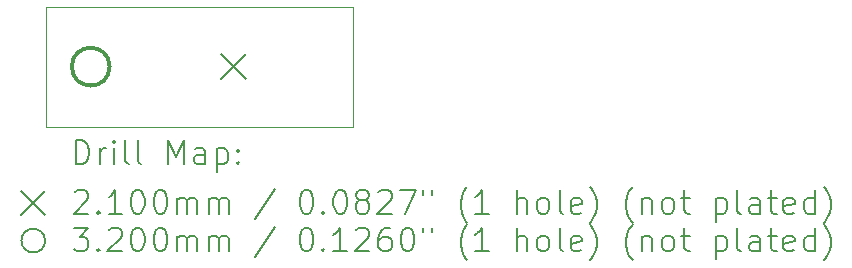
<source format=gbr>
%TF.GenerationSoftware,KiCad,Pcbnew,8.0.8*%
%TF.CreationDate,2025-02-19T21:32:19+11:00*%
%TF.ProjectId,Hotglue Switch,486f7467-6c75-4652-9053-77697463682e,rev?*%
%TF.SameCoordinates,Original*%
%TF.FileFunction,Drillmap*%
%TF.FilePolarity,Positive*%
%FSLAX45Y45*%
G04 Gerber Fmt 4.5, Leading zero omitted, Abs format (unit mm)*
G04 Created by KiCad (PCBNEW 8.0.8) date 2025-02-19 21:32:19*
%MOMM*%
%LPD*%
G01*
G04 APERTURE LIST*
%ADD10C,0.100000*%
%ADD11C,0.200000*%
%ADD12C,0.210000*%
%ADD13C,0.320000*%
G04 APERTURE END LIST*
D10*
X6477000Y-4572000D02*
X9080500Y-4572000D01*
X9080500Y-5588000D01*
X6477000Y-5588000D01*
X6477000Y-4572000D01*
D11*
D12*
X7959500Y-4975000D02*
X8169500Y-5185000D01*
X8169500Y-4975000D02*
X7959500Y-5185000D01*
D13*
X7018000Y-5080000D02*
G75*
G02*
X6698000Y-5080000I-160000J0D01*
G01*
X6698000Y-5080000D02*
G75*
G02*
X7018000Y-5080000I160000J0D01*
G01*
D11*
X6732777Y-5904484D02*
X6732777Y-5704484D01*
X6732777Y-5704484D02*
X6780396Y-5704484D01*
X6780396Y-5704484D02*
X6808967Y-5714008D01*
X6808967Y-5714008D02*
X6828015Y-5733055D01*
X6828015Y-5733055D02*
X6837539Y-5752103D01*
X6837539Y-5752103D02*
X6847062Y-5790198D01*
X6847062Y-5790198D02*
X6847062Y-5818769D01*
X6847062Y-5818769D02*
X6837539Y-5856865D01*
X6837539Y-5856865D02*
X6828015Y-5875912D01*
X6828015Y-5875912D02*
X6808967Y-5894960D01*
X6808967Y-5894960D02*
X6780396Y-5904484D01*
X6780396Y-5904484D02*
X6732777Y-5904484D01*
X6932777Y-5904484D02*
X6932777Y-5771150D01*
X6932777Y-5809246D02*
X6942301Y-5790198D01*
X6942301Y-5790198D02*
X6951824Y-5780674D01*
X6951824Y-5780674D02*
X6970872Y-5771150D01*
X6970872Y-5771150D02*
X6989920Y-5771150D01*
X7056586Y-5904484D02*
X7056586Y-5771150D01*
X7056586Y-5704484D02*
X7047062Y-5714008D01*
X7047062Y-5714008D02*
X7056586Y-5723531D01*
X7056586Y-5723531D02*
X7066110Y-5714008D01*
X7066110Y-5714008D02*
X7056586Y-5704484D01*
X7056586Y-5704484D02*
X7056586Y-5723531D01*
X7180396Y-5904484D02*
X7161348Y-5894960D01*
X7161348Y-5894960D02*
X7151824Y-5875912D01*
X7151824Y-5875912D02*
X7151824Y-5704484D01*
X7285158Y-5904484D02*
X7266110Y-5894960D01*
X7266110Y-5894960D02*
X7256586Y-5875912D01*
X7256586Y-5875912D02*
X7256586Y-5704484D01*
X7513729Y-5904484D02*
X7513729Y-5704484D01*
X7513729Y-5704484D02*
X7580396Y-5847341D01*
X7580396Y-5847341D02*
X7647062Y-5704484D01*
X7647062Y-5704484D02*
X7647062Y-5904484D01*
X7828015Y-5904484D02*
X7828015Y-5799722D01*
X7828015Y-5799722D02*
X7818491Y-5780674D01*
X7818491Y-5780674D02*
X7799443Y-5771150D01*
X7799443Y-5771150D02*
X7761348Y-5771150D01*
X7761348Y-5771150D02*
X7742301Y-5780674D01*
X7828015Y-5894960D02*
X7808967Y-5904484D01*
X7808967Y-5904484D02*
X7761348Y-5904484D01*
X7761348Y-5904484D02*
X7742301Y-5894960D01*
X7742301Y-5894960D02*
X7732777Y-5875912D01*
X7732777Y-5875912D02*
X7732777Y-5856865D01*
X7732777Y-5856865D02*
X7742301Y-5837817D01*
X7742301Y-5837817D02*
X7761348Y-5828293D01*
X7761348Y-5828293D02*
X7808967Y-5828293D01*
X7808967Y-5828293D02*
X7828015Y-5818769D01*
X7923253Y-5771150D02*
X7923253Y-5971150D01*
X7923253Y-5780674D02*
X7942301Y-5771150D01*
X7942301Y-5771150D02*
X7980396Y-5771150D01*
X7980396Y-5771150D02*
X7999443Y-5780674D01*
X7999443Y-5780674D02*
X8008967Y-5790198D01*
X8008967Y-5790198D02*
X8018491Y-5809246D01*
X8018491Y-5809246D02*
X8018491Y-5866388D01*
X8018491Y-5866388D02*
X8008967Y-5885436D01*
X8008967Y-5885436D02*
X7999443Y-5894960D01*
X7999443Y-5894960D02*
X7980396Y-5904484D01*
X7980396Y-5904484D02*
X7942301Y-5904484D01*
X7942301Y-5904484D02*
X7923253Y-5894960D01*
X8104205Y-5885436D02*
X8113729Y-5894960D01*
X8113729Y-5894960D02*
X8104205Y-5904484D01*
X8104205Y-5904484D02*
X8094682Y-5894960D01*
X8094682Y-5894960D02*
X8104205Y-5885436D01*
X8104205Y-5885436D02*
X8104205Y-5904484D01*
X8104205Y-5780674D02*
X8113729Y-5790198D01*
X8113729Y-5790198D02*
X8104205Y-5799722D01*
X8104205Y-5799722D02*
X8094682Y-5790198D01*
X8094682Y-5790198D02*
X8104205Y-5780674D01*
X8104205Y-5780674D02*
X8104205Y-5799722D01*
X6272000Y-6133000D02*
X6472000Y-6333000D01*
X6472000Y-6133000D02*
X6272000Y-6333000D01*
X6723253Y-6143531D02*
X6732777Y-6134008D01*
X6732777Y-6134008D02*
X6751824Y-6124484D01*
X6751824Y-6124484D02*
X6799443Y-6124484D01*
X6799443Y-6124484D02*
X6818491Y-6134008D01*
X6818491Y-6134008D02*
X6828015Y-6143531D01*
X6828015Y-6143531D02*
X6837539Y-6162579D01*
X6837539Y-6162579D02*
X6837539Y-6181627D01*
X6837539Y-6181627D02*
X6828015Y-6210198D01*
X6828015Y-6210198D02*
X6713729Y-6324484D01*
X6713729Y-6324484D02*
X6837539Y-6324484D01*
X6923253Y-6305436D02*
X6932777Y-6314960D01*
X6932777Y-6314960D02*
X6923253Y-6324484D01*
X6923253Y-6324484D02*
X6913729Y-6314960D01*
X6913729Y-6314960D02*
X6923253Y-6305436D01*
X6923253Y-6305436D02*
X6923253Y-6324484D01*
X7123253Y-6324484D02*
X7008967Y-6324484D01*
X7066110Y-6324484D02*
X7066110Y-6124484D01*
X7066110Y-6124484D02*
X7047062Y-6153055D01*
X7047062Y-6153055D02*
X7028015Y-6172103D01*
X7028015Y-6172103D02*
X7008967Y-6181627D01*
X7247062Y-6124484D02*
X7266110Y-6124484D01*
X7266110Y-6124484D02*
X7285158Y-6134008D01*
X7285158Y-6134008D02*
X7294682Y-6143531D01*
X7294682Y-6143531D02*
X7304205Y-6162579D01*
X7304205Y-6162579D02*
X7313729Y-6200674D01*
X7313729Y-6200674D02*
X7313729Y-6248293D01*
X7313729Y-6248293D02*
X7304205Y-6286388D01*
X7304205Y-6286388D02*
X7294682Y-6305436D01*
X7294682Y-6305436D02*
X7285158Y-6314960D01*
X7285158Y-6314960D02*
X7266110Y-6324484D01*
X7266110Y-6324484D02*
X7247062Y-6324484D01*
X7247062Y-6324484D02*
X7228015Y-6314960D01*
X7228015Y-6314960D02*
X7218491Y-6305436D01*
X7218491Y-6305436D02*
X7208967Y-6286388D01*
X7208967Y-6286388D02*
X7199443Y-6248293D01*
X7199443Y-6248293D02*
X7199443Y-6200674D01*
X7199443Y-6200674D02*
X7208967Y-6162579D01*
X7208967Y-6162579D02*
X7218491Y-6143531D01*
X7218491Y-6143531D02*
X7228015Y-6134008D01*
X7228015Y-6134008D02*
X7247062Y-6124484D01*
X7437539Y-6124484D02*
X7456586Y-6124484D01*
X7456586Y-6124484D02*
X7475634Y-6134008D01*
X7475634Y-6134008D02*
X7485158Y-6143531D01*
X7485158Y-6143531D02*
X7494682Y-6162579D01*
X7494682Y-6162579D02*
X7504205Y-6200674D01*
X7504205Y-6200674D02*
X7504205Y-6248293D01*
X7504205Y-6248293D02*
X7494682Y-6286388D01*
X7494682Y-6286388D02*
X7485158Y-6305436D01*
X7485158Y-6305436D02*
X7475634Y-6314960D01*
X7475634Y-6314960D02*
X7456586Y-6324484D01*
X7456586Y-6324484D02*
X7437539Y-6324484D01*
X7437539Y-6324484D02*
X7418491Y-6314960D01*
X7418491Y-6314960D02*
X7408967Y-6305436D01*
X7408967Y-6305436D02*
X7399443Y-6286388D01*
X7399443Y-6286388D02*
X7389920Y-6248293D01*
X7389920Y-6248293D02*
X7389920Y-6200674D01*
X7389920Y-6200674D02*
X7399443Y-6162579D01*
X7399443Y-6162579D02*
X7408967Y-6143531D01*
X7408967Y-6143531D02*
X7418491Y-6134008D01*
X7418491Y-6134008D02*
X7437539Y-6124484D01*
X7589920Y-6324484D02*
X7589920Y-6191150D01*
X7589920Y-6210198D02*
X7599443Y-6200674D01*
X7599443Y-6200674D02*
X7618491Y-6191150D01*
X7618491Y-6191150D02*
X7647063Y-6191150D01*
X7647063Y-6191150D02*
X7666110Y-6200674D01*
X7666110Y-6200674D02*
X7675634Y-6219722D01*
X7675634Y-6219722D02*
X7675634Y-6324484D01*
X7675634Y-6219722D02*
X7685158Y-6200674D01*
X7685158Y-6200674D02*
X7704205Y-6191150D01*
X7704205Y-6191150D02*
X7732777Y-6191150D01*
X7732777Y-6191150D02*
X7751824Y-6200674D01*
X7751824Y-6200674D02*
X7761348Y-6219722D01*
X7761348Y-6219722D02*
X7761348Y-6324484D01*
X7856586Y-6324484D02*
X7856586Y-6191150D01*
X7856586Y-6210198D02*
X7866110Y-6200674D01*
X7866110Y-6200674D02*
X7885158Y-6191150D01*
X7885158Y-6191150D02*
X7913729Y-6191150D01*
X7913729Y-6191150D02*
X7932777Y-6200674D01*
X7932777Y-6200674D02*
X7942301Y-6219722D01*
X7942301Y-6219722D02*
X7942301Y-6324484D01*
X7942301Y-6219722D02*
X7951824Y-6200674D01*
X7951824Y-6200674D02*
X7970872Y-6191150D01*
X7970872Y-6191150D02*
X7999443Y-6191150D01*
X7999443Y-6191150D02*
X8018491Y-6200674D01*
X8018491Y-6200674D02*
X8028015Y-6219722D01*
X8028015Y-6219722D02*
X8028015Y-6324484D01*
X8418491Y-6114960D02*
X8247063Y-6372103D01*
X8675634Y-6124484D02*
X8694682Y-6124484D01*
X8694682Y-6124484D02*
X8713729Y-6134008D01*
X8713729Y-6134008D02*
X8723253Y-6143531D01*
X8723253Y-6143531D02*
X8732777Y-6162579D01*
X8732777Y-6162579D02*
X8742301Y-6200674D01*
X8742301Y-6200674D02*
X8742301Y-6248293D01*
X8742301Y-6248293D02*
X8732777Y-6286388D01*
X8732777Y-6286388D02*
X8723253Y-6305436D01*
X8723253Y-6305436D02*
X8713729Y-6314960D01*
X8713729Y-6314960D02*
X8694682Y-6324484D01*
X8694682Y-6324484D02*
X8675634Y-6324484D01*
X8675634Y-6324484D02*
X8656587Y-6314960D01*
X8656587Y-6314960D02*
X8647063Y-6305436D01*
X8647063Y-6305436D02*
X8637539Y-6286388D01*
X8637539Y-6286388D02*
X8628015Y-6248293D01*
X8628015Y-6248293D02*
X8628015Y-6200674D01*
X8628015Y-6200674D02*
X8637539Y-6162579D01*
X8637539Y-6162579D02*
X8647063Y-6143531D01*
X8647063Y-6143531D02*
X8656587Y-6134008D01*
X8656587Y-6134008D02*
X8675634Y-6124484D01*
X8828015Y-6305436D02*
X8837539Y-6314960D01*
X8837539Y-6314960D02*
X8828015Y-6324484D01*
X8828015Y-6324484D02*
X8818491Y-6314960D01*
X8818491Y-6314960D02*
X8828015Y-6305436D01*
X8828015Y-6305436D02*
X8828015Y-6324484D01*
X8961348Y-6124484D02*
X8980396Y-6124484D01*
X8980396Y-6124484D02*
X8999444Y-6134008D01*
X8999444Y-6134008D02*
X9008968Y-6143531D01*
X9008968Y-6143531D02*
X9018491Y-6162579D01*
X9018491Y-6162579D02*
X9028015Y-6200674D01*
X9028015Y-6200674D02*
X9028015Y-6248293D01*
X9028015Y-6248293D02*
X9018491Y-6286388D01*
X9018491Y-6286388D02*
X9008968Y-6305436D01*
X9008968Y-6305436D02*
X8999444Y-6314960D01*
X8999444Y-6314960D02*
X8980396Y-6324484D01*
X8980396Y-6324484D02*
X8961348Y-6324484D01*
X8961348Y-6324484D02*
X8942301Y-6314960D01*
X8942301Y-6314960D02*
X8932777Y-6305436D01*
X8932777Y-6305436D02*
X8923253Y-6286388D01*
X8923253Y-6286388D02*
X8913729Y-6248293D01*
X8913729Y-6248293D02*
X8913729Y-6200674D01*
X8913729Y-6200674D02*
X8923253Y-6162579D01*
X8923253Y-6162579D02*
X8932777Y-6143531D01*
X8932777Y-6143531D02*
X8942301Y-6134008D01*
X8942301Y-6134008D02*
X8961348Y-6124484D01*
X9142301Y-6210198D02*
X9123253Y-6200674D01*
X9123253Y-6200674D02*
X9113729Y-6191150D01*
X9113729Y-6191150D02*
X9104206Y-6172103D01*
X9104206Y-6172103D02*
X9104206Y-6162579D01*
X9104206Y-6162579D02*
X9113729Y-6143531D01*
X9113729Y-6143531D02*
X9123253Y-6134008D01*
X9123253Y-6134008D02*
X9142301Y-6124484D01*
X9142301Y-6124484D02*
X9180396Y-6124484D01*
X9180396Y-6124484D02*
X9199444Y-6134008D01*
X9199444Y-6134008D02*
X9208968Y-6143531D01*
X9208968Y-6143531D02*
X9218491Y-6162579D01*
X9218491Y-6162579D02*
X9218491Y-6172103D01*
X9218491Y-6172103D02*
X9208968Y-6191150D01*
X9208968Y-6191150D02*
X9199444Y-6200674D01*
X9199444Y-6200674D02*
X9180396Y-6210198D01*
X9180396Y-6210198D02*
X9142301Y-6210198D01*
X9142301Y-6210198D02*
X9123253Y-6219722D01*
X9123253Y-6219722D02*
X9113729Y-6229246D01*
X9113729Y-6229246D02*
X9104206Y-6248293D01*
X9104206Y-6248293D02*
X9104206Y-6286388D01*
X9104206Y-6286388D02*
X9113729Y-6305436D01*
X9113729Y-6305436D02*
X9123253Y-6314960D01*
X9123253Y-6314960D02*
X9142301Y-6324484D01*
X9142301Y-6324484D02*
X9180396Y-6324484D01*
X9180396Y-6324484D02*
X9199444Y-6314960D01*
X9199444Y-6314960D02*
X9208968Y-6305436D01*
X9208968Y-6305436D02*
X9218491Y-6286388D01*
X9218491Y-6286388D02*
X9218491Y-6248293D01*
X9218491Y-6248293D02*
X9208968Y-6229246D01*
X9208968Y-6229246D02*
X9199444Y-6219722D01*
X9199444Y-6219722D02*
X9180396Y-6210198D01*
X9294682Y-6143531D02*
X9304206Y-6134008D01*
X9304206Y-6134008D02*
X9323253Y-6124484D01*
X9323253Y-6124484D02*
X9370872Y-6124484D01*
X9370872Y-6124484D02*
X9389920Y-6134008D01*
X9389920Y-6134008D02*
X9399444Y-6143531D01*
X9399444Y-6143531D02*
X9408968Y-6162579D01*
X9408968Y-6162579D02*
X9408968Y-6181627D01*
X9408968Y-6181627D02*
X9399444Y-6210198D01*
X9399444Y-6210198D02*
X9285158Y-6324484D01*
X9285158Y-6324484D02*
X9408968Y-6324484D01*
X9475634Y-6124484D02*
X9608968Y-6124484D01*
X9608968Y-6124484D02*
X9523253Y-6324484D01*
X9675634Y-6124484D02*
X9675634Y-6162579D01*
X9751825Y-6124484D02*
X9751825Y-6162579D01*
X10047063Y-6400674D02*
X10037539Y-6391150D01*
X10037539Y-6391150D02*
X10018491Y-6362579D01*
X10018491Y-6362579D02*
X10008968Y-6343531D01*
X10008968Y-6343531D02*
X9999444Y-6314960D01*
X9999444Y-6314960D02*
X9989920Y-6267341D01*
X9989920Y-6267341D02*
X9989920Y-6229246D01*
X9989920Y-6229246D02*
X9999444Y-6181627D01*
X9999444Y-6181627D02*
X10008968Y-6153055D01*
X10008968Y-6153055D02*
X10018491Y-6134008D01*
X10018491Y-6134008D02*
X10037539Y-6105436D01*
X10037539Y-6105436D02*
X10047063Y-6095912D01*
X10228015Y-6324484D02*
X10113730Y-6324484D01*
X10170872Y-6324484D02*
X10170872Y-6124484D01*
X10170872Y-6124484D02*
X10151825Y-6153055D01*
X10151825Y-6153055D02*
X10132777Y-6172103D01*
X10132777Y-6172103D02*
X10113730Y-6181627D01*
X10466111Y-6324484D02*
X10466111Y-6124484D01*
X10551825Y-6324484D02*
X10551825Y-6219722D01*
X10551825Y-6219722D02*
X10542301Y-6200674D01*
X10542301Y-6200674D02*
X10523253Y-6191150D01*
X10523253Y-6191150D02*
X10494682Y-6191150D01*
X10494682Y-6191150D02*
X10475634Y-6200674D01*
X10475634Y-6200674D02*
X10466111Y-6210198D01*
X10675634Y-6324484D02*
X10656587Y-6314960D01*
X10656587Y-6314960D02*
X10647063Y-6305436D01*
X10647063Y-6305436D02*
X10637539Y-6286388D01*
X10637539Y-6286388D02*
X10637539Y-6229246D01*
X10637539Y-6229246D02*
X10647063Y-6210198D01*
X10647063Y-6210198D02*
X10656587Y-6200674D01*
X10656587Y-6200674D02*
X10675634Y-6191150D01*
X10675634Y-6191150D02*
X10704206Y-6191150D01*
X10704206Y-6191150D02*
X10723253Y-6200674D01*
X10723253Y-6200674D02*
X10732777Y-6210198D01*
X10732777Y-6210198D02*
X10742301Y-6229246D01*
X10742301Y-6229246D02*
X10742301Y-6286388D01*
X10742301Y-6286388D02*
X10732777Y-6305436D01*
X10732777Y-6305436D02*
X10723253Y-6314960D01*
X10723253Y-6314960D02*
X10704206Y-6324484D01*
X10704206Y-6324484D02*
X10675634Y-6324484D01*
X10856587Y-6324484D02*
X10837539Y-6314960D01*
X10837539Y-6314960D02*
X10828015Y-6295912D01*
X10828015Y-6295912D02*
X10828015Y-6124484D01*
X11008968Y-6314960D02*
X10989920Y-6324484D01*
X10989920Y-6324484D02*
X10951825Y-6324484D01*
X10951825Y-6324484D02*
X10932777Y-6314960D01*
X10932777Y-6314960D02*
X10923253Y-6295912D01*
X10923253Y-6295912D02*
X10923253Y-6219722D01*
X10923253Y-6219722D02*
X10932777Y-6200674D01*
X10932777Y-6200674D02*
X10951825Y-6191150D01*
X10951825Y-6191150D02*
X10989920Y-6191150D01*
X10989920Y-6191150D02*
X11008968Y-6200674D01*
X11008968Y-6200674D02*
X11018492Y-6219722D01*
X11018492Y-6219722D02*
X11018492Y-6238769D01*
X11018492Y-6238769D02*
X10923253Y-6257817D01*
X11085158Y-6400674D02*
X11094682Y-6391150D01*
X11094682Y-6391150D02*
X11113730Y-6362579D01*
X11113730Y-6362579D02*
X11123253Y-6343531D01*
X11123253Y-6343531D02*
X11132777Y-6314960D01*
X11132777Y-6314960D02*
X11142301Y-6267341D01*
X11142301Y-6267341D02*
X11142301Y-6229246D01*
X11142301Y-6229246D02*
X11132777Y-6181627D01*
X11132777Y-6181627D02*
X11123253Y-6153055D01*
X11123253Y-6153055D02*
X11113730Y-6134008D01*
X11113730Y-6134008D02*
X11094682Y-6105436D01*
X11094682Y-6105436D02*
X11085158Y-6095912D01*
X11447063Y-6400674D02*
X11437539Y-6391150D01*
X11437539Y-6391150D02*
X11418491Y-6362579D01*
X11418491Y-6362579D02*
X11408968Y-6343531D01*
X11408968Y-6343531D02*
X11399444Y-6314960D01*
X11399444Y-6314960D02*
X11389920Y-6267341D01*
X11389920Y-6267341D02*
X11389920Y-6229246D01*
X11389920Y-6229246D02*
X11399444Y-6181627D01*
X11399444Y-6181627D02*
X11408968Y-6153055D01*
X11408968Y-6153055D02*
X11418491Y-6134008D01*
X11418491Y-6134008D02*
X11437539Y-6105436D01*
X11437539Y-6105436D02*
X11447063Y-6095912D01*
X11523253Y-6191150D02*
X11523253Y-6324484D01*
X11523253Y-6210198D02*
X11532777Y-6200674D01*
X11532777Y-6200674D02*
X11551825Y-6191150D01*
X11551825Y-6191150D02*
X11580396Y-6191150D01*
X11580396Y-6191150D02*
X11599444Y-6200674D01*
X11599444Y-6200674D02*
X11608968Y-6219722D01*
X11608968Y-6219722D02*
X11608968Y-6324484D01*
X11732777Y-6324484D02*
X11713730Y-6314960D01*
X11713730Y-6314960D02*
X11704206Y-6305436D01*
X11704206Y-6305436D02*
X11694682Y-6286388D01*
X11694682Y-6286388D02*
X11694682Y-6229246D01*
X11694682Y-6229246D02*
X11704206Y-6210198D01*
X11704206Y-6210198D02*
X11713730Y-6200674D01*
X11713730Y-6200674D02*
X11732777Y-6191150D01*
X11732777Y-6191150D02*
X11761349Y-6191150D01*
X11761349Y-6191150D02*
X11780396Y-6200674D01*
X11780396Y-6200674D02*
X11789920Y-6210198D01*
X11789920Y-6210198D02*
X11799444Y-6229246D01*
X11799444Y-6229246D02*
X11799444Y-6286388D01*
X11799444Y-6286388D02*
X11789920Y-6305436D01*
X11789920Y-6305436D02*
X11780396Y-6314960D01*
X11780396Y-6314960D02*
X11761349Y-6324484D01*
X11761349Y-6324484D02*
X11732777Y-6324484D01*
X11856587Y-6191150D02*
X11932777Y-6191150D01*
X11885158Y-6124484D02*
X11885158Y-6295912D01*
X11885158Y-6295912D02*
X11894682Y-6314960D01*
X11894682Y-6314960D02*
X11913730Y-6324484D01*
X11913730Y-6324484D02*
X11932777Y-6324484D01*
X12151825Y-6191150D02*
X12151825Y-6391150D01*
X12151825Y-6200674D02*
X12170872Y-6191150D01*
X12170872Y-6191150D02*
X12208968Y-6191150D01*
X12208968Y-6191150D02*
X12228015Y-6200674D01*
X12228015Y-6200674D02*
X12237539Y-6210198D01*
X12237539Y-6210198D02*
X12247063Y-6229246D01*
X12247063Y-6229246D02*
X12247063Y-6286388D01*
X12247063Y-6286388D02*
X12237539Y-6305436D01*
X12237539Y-6305436D02*
X12228015Y-6314960D01*
X12228015Y-6314960D02*
X12208968Y-6324484D01*
X12208968Y-6324484D02*
X12170872Y-6324484D01*
X12170872Y-6324484D02*
X12151825Y-6314960D01*
X12361349Y-6324484D02*
X12342301Y-6314960D01*
X12342301Y-6314960D02*
X12332777Y-6295912D01*
X12332777Y-6295912D02*
X12332777Y-6124484D01*
X12523253Y-6324484D02*
X12523253Y-6219722D01*
X12523253Y-6219722D02*
X12513730Y-6200674D01*
X12513730Y-6200674D02*
X12494682Y-6191150D01*
X12494682Y-6191150D02*
X12456587Y-6191150D01*
X12456587Y-6191150D02*
X12437539Y-6200674D01*
X12523253Y-6314960D02*
X12504206Y-6324484D01*
X12504206Y-6324484D02*
X12456587Y-6324484D01*
X12456587Y-6324484D02*
X12437539Y-6314960D01*
X12437539Y-6314960D02*
X12428015Y-6295912D01*
X12428015Y-6295912D02*
X12428015Y-6276865D01*
X12428015Y-6276865D02*
X12437539Y-6257817D01*
X12437539Y-6257817D02*
X12456587Y-6248293D01*
X12456587Y-6248293D02*
X12504206Y-6248293D01*
X12504206Y-6248293D02*
X12523253Y-6238769D01*
X12589920Y-6191150D02*
X12666111Y-6191150D01*
X12618492Y-6124484D02*
X12618492Y-6295912D01*
X12618492Y-6295912D02*
X12628015Y-6314960D01*
X12628015Y-6314960D02*
X12647063Y-6324484D01*
X12647063Y-6324484D02*
X12666111Y-6324484D01*
X12808968Y-6314960D02*
X12789920Y-6324484D01*
X12789920Y-6324484D02*
X12751825Y-6324484D01*
X12751825Y-6324484D02*
X12732777Y-6314960D01*
X12732777Y-6314960D02*
X12723253Y-6295912D01*
X12723253Y-6295912D02*
X12723253Y-6219722D01*
X12723253Y-6219722D02*
X12732777Y-6200674D01*
X12732777Y-6200674D02*
X12751825Y-6191150D01*
X12751825Y-6191150D02*
X12789920Y-6191150D01*
X12789920Y-6191150D02*
X12808968Y-6200674D01*
X12808968Y-6200674D02*
X12818492Y-6219722D01*
X12818492Y-6219722D02*
X12818492Y-6238769D01*
X12818492Y-6238769D02*
X12723253Y-6257817D01*
X12989920Y-6324484D02*
X12989920Y-6124484D01*
X12989920Y-6314960D02*
X12970873Y-6324484D01*
X12970873Y-6324484D02*
X12932777Y-6324484D01*
X12932777Y-6324484D02*
X12913730Y-6314960D01*
X12913730Y-6314960D02*
X12904206Y-6305436D01*
X12904206Y-6305436D02*
X12894682Y-6286388D01*
X12894682Y-6286388D02*
X12894682Y-6229246D01*
X12894682Y-6229246D02*
X12904206Y-6210198D01*
X12904206Y-6210198D02*
X12913730Y-6200674D01*
X12913730Y-6200674D02*
X12932777Y-6191150D01*
X12932777Y-6191150D02*
X12970873Y-6191150D01*
X12970873Y-6191150D02*
X12989920Y-6200674D01*
X13066111Y-6400674D02*
X13075634Y-6391150D01*
X13075634Y-6391150D02*
X13094682Y-6362579D01*
X13094682Y-6362579D02*
X13104206Y-6343531D01*
X13104206Y-6343531D02*
X13113730Y-6314960D01*
X13113730Y-6314960D02*
X13123253Y-6267341D01*
X13123253Y-6267341D02*
X13123253Y-6229246D01*
X13123253Y-6229246D02*
X13113730Y-6181627D01*
X13113730Y-6181627D02*
X13104206Y-6153055D01*
X13104206Y-6153055D02*
X13094682Y-6134008D01*
X13094682Y-6134008D02*
X13075634Y-6105436D01*
X13075634Y-6105436D02*
X13066111Y-6095912D01*
X6472000Y-6553000D02*
G75*
G02*
X6272000Y-6553000I-100000J0D01*
G01*
X6272000Y-6553000D02*
G75*
G02*
X6472000Y-6553000I100000J0D01*
G01*
X6713729Y-6444484D02*
X6837539Y-6444484D01*
X6837539Y-6444484D02*
X6770872Y-6520674D01*
X6770872Y-6520674D02*
X6799443Y-6520674D01*
X6799443Y-6520674D02*
X6818491Y-6530198D01*
X6818491Y-6530198D02*
X6828015Y-6539722D01*
X6828015Y-6539722D02*
X6837539Y-6558769D01*
X6837539Y-6558769D02*
X6837539Y-6606388D01*
X6837539Y-6606388D02*
X6828015Y-6625436D01*
X6828015Y-6625436D02*
X6818491Y-6634960D01*
X6818491Y-6634960D02*
X6799443Y-6644484D01*
X6799443Y-6644484D02*
X6742301Y-6644484D01*
X6742301Y-6644484D02*
X6723253Y-6634960D01*
X6723253Y-6634960D02*
X6713729Y-6625436D01*
X6923253Y-6625436D02*
X6932777Y-6634960D01*
X6932777Y-6634960D02*
X6923253Y-6644484D01*
X6923253Y-6644484D02*
X6913729Y-6634960D01*
X6913729Y-6634960D02*
X6923253Y-6625436D01*
X6923253Y-6625436D02*
X6923253Y-6644484D01*
X7008967Y-6463531D02*
X7018491Y-6454008D01*
X7018491Y-6454008D02*
X7037539Y-6444484D01*
X7037539Y-6444484D02*
X7085158Y-6444484D01*
X7085158Y-6444484D02*
X7104205Y-6454008D01*
X7104205Y-6454008D02*
X7113729Y-6463531D01*
X7113729Y-6463531D02*
X7123253Y-6482579D01*
X7123253Y-6482579D02*
X7123253Y-6501627D01*
X7123253Y-6501627D02*
X7113729Y-6530198D01*
X7113729Y-6530198D02*
X6999443Y-6644484D01*
X6999443Y-6644484D02*
X7123253Y-6644484D01*
X7247062Y-6444484D02*
X7266110Y-6444484D01*
X7266110Y-6444484D02*
X7285158Y-6454008D01*
X7285158Y-6454008D02*
X7294682Y-6463531D01*
X7294682Y-6463531D02*
X7304205Y-6482579D01*
X7304205Y-6482579D02*
X7313729Y-6520674D01*
X7313729Y-6520674D02*
X7313729Y-6568293D01*
X7313729Y-6568293D02*
X7304205Y-6606388D01*
X7304205Y-6606388D02*
X7294682Y-6625436D01*
X7294682Y-6625436D02*
X7285158Y-6634960D01*
X7285158Y-6634960D02*
X7266110Y-6644484D01*
X7266110Y-6644484D02*
X7247062Y-6644484D01*
X7247062Y-6644484D02*
X7228015Y-6634960D01*
X7228015Y-6634960D02*
X7218491Y-6625436D01*
X7218491Y-6625436D02*
X7208967Y-6606388D01*
X7208967Y-6606388D02*
X7199443Y-6568293D01*
X7199443Y-6568293D02*
X7199443Y-6520674D01*
X7199443Y-6520674D02*
X7208967Y-6482579D01*
X7208967Y-6482579D02*
X7218491Y-6463531D01*
X7218491Y-6463531D02*
X7228015Y-6454008D01*
X7228015Y-6454008D02*
X7247062Y-6444484D01*
X7437539Y-6444484D02*
X7456586Y-6444484D01*
X7456586Y-6444484D02*
X7475634Y-6454008D01*
X7475634Y-6454008D02*
X7485158Y-6463531D01*
X7485158Y-6463531D02*
X7494682Y-6482579D01*
X7494682Y-6482579D02*
X7504205Y-6520674D01*
X7504205Y-6520674D02*
X7504205Y-6568293D01*
X7504205Y-6568293D02*
X7494682Y-6606388D01*
X7494682Y-6606388D02*
X7485158Y-6625436D01*
X7485158Y-6625436D02*
X7475634Y-6634960D01*
X7475634Y-6634960D02*
X7456586Y-6644484D01*
X7456586Y-6644484D02*
X7437539Y-6644484D01*
X7437539Y-6644484D02*
X7418491Y-6634960D01*
X7418491Y-6634960D02*
X7408967Y-6625436D01*
X7408967Y-6625436D02*
X7399443Y-6606388D01*
X7399443Y-6606388D02*
X7389920Y-6568293D01*
X7389920Y-6568293D02*
X7389920Y-6520674D01*
X7389920Y-6520674D02*
X7399443Y-6482579D01*
X7399443Y-6482579D02*
X7408967Y-6463531D01*
X7408967Y-6463531D02*
X7418491Y-6454008D01*
X7418491Y-6454008D02*
X7437539Y-6444484D01*
X7589920Y-6644484D02*
X7589920Y-6511150D01*
X7589920Y-6530198D02*
X7599443Y-6520674D01*
X7599443Y-6520674D02*
X7618491Y-6511150D01*
X7618491Y-6511150D02*
X7647063Y-6511150D01*
X7647063Y-6511150D02*
X7666110Y-6520674D01*
X7666110Y-6520674D02*
X7675634Y-6539722D01*
X7675634Y-6539722D02*
X7675634Y-6644484D01*
X7675634Y-6539722D02*
X7685158Y-6520674D01*
X7685158Y-6520674D02*
X7704205Y-6511150D01*
X7704205Y-6511150D02*
X7732777Y-6511150D01*
X7732777Y-6511150D02*
X7751824Y-6520674D01*
X7751824Y-6520674D02*
X7761348Y-6539722D01*
X7761348Y-6539722D02*
X7761348Y-6644484D01*
X7856586Y-6644484D02*
X7856586Y-6511150D01*
X7856586Y-6530198D02*
X7866110Y-6520674D01*
X7866110Y-6520674D02*
X7885158Y-6511150D01*
X7885158Y-6511150D02*
X7913729Y-6511150D01*
X7913729Y-6511150D02*
X7932777Y-6520674D01*
X7932777Y-6520674D02*
X7942301Y-6539722D01*
X7942301Y-6539722D02*
X7942301Y-6644484D01*
X7942301Y-6539722D02*
X7951824Y-6520674D01*
X7951824Y-6520674D02*
X7970872Y-6511150D01*
X7970872Y-6511150D02*
X7999443Y-6511150D01*
X7999443Y-6511150D02*
X8018491Y-6520674D01*
X8018491Y-6520674D02*
X8028015Y-6539722D01*
X8028015Y-6539722D02*
X8028015Y-6644484D01*
X8418491Y-6434960D02*
X8247063Y-6692103D01*
X8675634Y-6444484D02*
X8694682Y-6444484D01*
X8694682Y-6444484D02*
X8713729Y-6454008D01*
X8713729Y-6454008D02*
X8723253Y-6463531D01*
X8723253Y-6463531D02*
X8732777Y-6482579D01*
X8732777Y-6482579D02*
X8742301Y-6520674D01*
X8742301Y-6520674D02*
X8742301Y-6568293D01*
X8742301Y-6568293D02*
X8732777Y-6606388D01*
X8732777Y-6606388D02*
X8723253Y-6625436D01*
X8723253Y-6625436D02*
X8713729Y-6634960D01*
X8713729Y-6634960D02*
X8694682Y-6644484D01*
X8694682Y-6644484D02*
X8675634Y-6644484D01*
X8675634Y-6644484D02*
X8656587Y-6634960D01*
X8656587Y-6634960D02*
X8647063Y-6625436D01*
X8647063Y-6625436D02*
X8637539Y-6606388D01*
X8637539Y-6606388D02*
X8628015Y-6568293D01*
X8628015Y-6568293D02*
X8628015Y-6520674D01*
X8628015Y-6520674D02*
X8637539Y-6482579D01*
X8637539Y-6482579D02*
X8647063Y-6463531D01*
X8647063Y-6463531D02*
X8656587Y-6454008D01*
X8656587Y-6454008D02*
X8675634Y-6444484D01*
X8828015Y-6625436D02*
X8837539Y-6634960D01*
X8837539Y-6634960D02*
X8828015Y-6644484D01*
X8828015Y-6644484D02*
X8818491Y-6634960D01*
X8818491Y-6634960D02*
X8828015Y-6625436D01*
X8828015Y-6625436D02*
X8828015Y-6644484D01*
X9028015Y-6644484D02*
X8913729Y-6644484D01*
X8970872Y-6644484D02*
X8970872Y-6444484D01*
X8970872Y-6444484D02*
X8951825Y-6473055D01*
X8951825Y-6473055D02*
X8932777Y-6492103D01*
X8932777Y-6492103D02*
X8913729Y-6501627D01*
X9104206Y-6463531D02*
X9113729Y-6454008D01*
X9113729Y-6454008D02*
X9132777Y-6444484D01*
X9132777Y-6444484D02*
X9180396Y-6444484D01*
X9180396Y-6444484D02*
X9199444Y-6454008D01*
X9199444Y-6454008D02*
X9208968Y-6463531D01*
X9208968Y-6463531D02*
X9218491Y-6482579D01*
X9218491Y-6482579D02*
X9218491Y-6501627D01*
X9218491Y-6501627D02*
X9208968Y-6530198D01*
X9208968Y-6530198D02*
X9094682Y-6644484D01*
X9094682Y-6644484D02*
X9218491Y-6644484D01*
X9389920Y-6444484D02*
X9351825Y-6444484D01*
X9351825Y-6444484D02*
X9332777Y-6454008D01*
X9332777Y-6454008D02*
X9323253Y-6463531D01*
X9323253Y-6463531D02*
X9304206Y-6492103D01*
X9304206Y-6492103D02*
X9294682Y-6530198D01*
X9294682Y-6530198D02*
X9294682Y-6606388D01*
X9294682Y-6606388D02*
X9304206Y-6625436D01*
X9304206Y-6625436D02*
X9313729Y-6634960D01*
X9313729Y-6634960D02*
X9332777Y-6644484D01*
X9332777Y-6644484D02*
X9370872Y-6644484D01*
X9370872Y-6644484D02*
X9389920Y-6634960D01*
X9389920Y-6634960D02*
X9399444Y-6625436D01*
X9399444Y-6625436D02*
X9408968Y-6606388D01*
X9408968Y-6606388D02*
X9408968Y-6558769D01*
X9408968Y-6558769D02*
X9399444Y-6539722D01*
X9399444Y-6539722D02*
X9389920Y-6530198D01*
X9389920Y-6530198D02*
X9370872Y-6520674D01*
X9370872Y-6520674D02*
X9332777Y-6520674D01*
X9332777Y-6520674D02*
X9313729Y-6530198D01*
X9313729Y-6530198D02*
X9304206Y-6539722D01*
X9304206Y-6539722D02*
X9294682Y-6558769D01*
X9532777Y-6444484D02*
X9551825Y-6444484D01*
X9551825Y-6444484D02*
X9570872Y-6454008D01*
X9570872Y-6454008D02*
X9580396Y-6463531D01*
X9580396Y-6463531D02*
X9589920Y-6482579D01*
X9589920Y-6482579D02*
X9599444Y-6520674D01*
X9599444Y-6520674D02*
X9599444Y-6568293D01*
X9599444Y-6568293D02*
X9589920Y-6606388D01*
X9589920Y-6606388D02*
X9580396Y-6625436D01*
X9580396Y-6625436D02*
X9570872Y-6634960D01*
X9570872Y-6634960D02*
X9551825Y-6644484D01*
X9551825Y-6644484D02*
X9532777Y-6644484D01*
X9532777Y-6644484D02*
X9513729Y-6634960D01*
X9513729Y-6634960D02*
X9504206Y-6625436D01*
X9504206Y-6625436D02*
X9494682Y-6606388D01*
X9494682Y-6606388D02*
X9485158Y-6568293D01*
X9485158Y-6568293D02*
X9485158Y-6520674D01*
X9485158Y-6520674D02*
X9494682Y-6482579D01*
X9494682Y-6482579D02*
X9504206Y-6463531D01*
X9504206Y-6463531D02*
X9513729Y-6454008D01*
X9513729Y-6454008D02*
X9532777Y-6444484D01*
X9675634Y-6444484D02*
X9675634Y-6482579D01*
X9751825Y-6444484D02*
X9751825Y-6482579D01*
X10047063Y-6720674D02*
X10037539Y-6711150D01*
X10037539Y-6711150D02*
X10018491Y-6682579D01*
X10018491Y-6682579D02*
X10008968Y-6663531D01*
X10008968Y-6663531D02*
X9999444Y-6634960D01*
X9999444Y-6634960D02*
X9989920Y-6587341D01*
X9989920Y-6587341D02*
X9989920Y-6549246D01*
X9989920Y-6549246D02*
X9999444Y-6501627D01*
X9999444Y-6501627D02*
X10008968Y-6473055D01*
X10008968Y-6473055D02*
X10018491Y-6454008D01*
X10018491Y-6454008D02*
X10037539Y-6425436D01*
X10037539Y-6425436D02*
X10047063Y-6415912D01*
X10228015Y-6644484D02*
X10113730Y-6644484D01*
X10170872Y-6644484D02*
X10170872Y-6444484D01*
X10170872Y-6444484D02*
X10151825Y-6473055D01*
X10151825Y-6473055D02*
X10132777Y-6492103D01*
X10132777Y-6492103D02*
X10113730Y-6501627D01*
X10466111Y-6644484D02*
X10466111Y-6444484D01*
X10551825Y-6644484D02*
X10551825Y-6539722D01*
X10551825Y-6539722D02*
X10542301Y-6520674D01*
X10542301Y-6520674D02*
X10523253Y-6511150D01*
X10523253Y-6511150D02*
X10494682Y-6511150D01*
X10494682Y-6511150D02*
X10475634Y-6520674D01*
X10475634Y-6520674D02*
X10466111Y-6530198D01*
X10675634Y-6644484D02*
X10656587Y-6634960D01*
X10656587Y-6634960D02*
X10647063Y-6625436D01*
X10647063Y-6625436D02*
X10637539Y-6606388D01*
X10637539Y-6606388D02*
X10637539Y-6549246D01*
X10637539Y-6549246D02*
X10647063Y-6530198D01*
X10647063Y-6530198D02*
X10656587Y-6520674D01*
X10656587Y-6520674D02*
X10675634Y-6511150D01*
X10675634Y-6511150D02*
X10704206Y-6511150D01*
X10704206Y-6511150D02*
X10723253Y-6520674D01*
X10723253Y-6520674D02*
X10732777Y-6530198D01*
X10732777Y-6530198D02*
X10742301Y-6549246D01*
X10742301Y-6549246D02*
X10742301Y-6606388D01*
X10742301Y-6606388D02*
X10732777Y-6625436D01*
X10732777Y-6625436D02*
X10723253Y-6634960D01*
X10723253Y-6634960D02*
X10704206Y-6644484D01*
X10704206Y-6644484D02*
X10675634Y-6644484D01*
X10856587Y-6644484D02*
X10837539Y-6634960D01*
X10837539Y-6634960D02*
X10828015Y-6615912D01*
X10828015Y-6615912D02*
X10828015Y-6444484D01*
X11008968Y-6634960D02*
X10989920Y-6644484D01*
X10989920Y-6644484D02*
X10951825Y-6644484D01*
X10951825Y-6644484D02*
X10932777Y-6634960D01*
X10932777Y-6634960D02*
X10923253Y-6615912D01*
X10923253Y-6615912D02*
X10923253Y-6539722D01*
X10923253Y-6539722D02*
X10932777Y-6520674D01*
X10932777Y-6520674D02*
X10951825Y-6511150D01*
X10951825Y-6511150D02*
X10989920Y-6511150D01*
X10989920Y-6511150D02*
X11008968Y-6520674D01*
X11008968Y-6520674D02*
X11018492Y-6539722D01*
X11018492Y-6539722D02*
X11018492Y-6558769D01*
X11018492Y-6558769D02*
X10923253Y-6577817D01*
X11085158Y-6720674D02*
X11094682Y-6711150D01*
X11094682Y-6711150D02*
X11113730Y-6682579D01*
X11113730Y-6682579D02*
X11123253Y-6663531D01*
X11123253Y-6663531D02*
X11132777Y-6634960D01*
X11132777Y-6634960D02*
X11142301Y-6587341D01*
X11142301Y-6587341D02*
X11142301Y-6549246D01*
X11142301Y-6549246D02*
X11132777Y-6501627D01*
X11132777Y-6501627D02*
X11123253Y-6473055D01*
X11123253Y-6473055D02*
X11113730Y-6454008D01*
X11113730Y-6454008D02*
X11094682Y-6425436D01*
X11094682Y-6425436D02*
X11085158Y-6415912D01*
X11447063Y-6720674D02*
X11437539Y-6711150D01*
X11437539Y-6711150D02*
X11418491Y-6682579D01*
X11418491Y-6682579D02*
X11408968Y-6663531D01*
X11408968Y-6663531D02*
X11399444Y-6634960D01*
X11399444Y-6634960D02*
X11389920Y-6587341D01*
X11389920Y-6587341D02*
X11389920Y-6549246D01*
X11389920Y-6549246D02*
X11399444Y-6501627D01*
X11399444Y-6501627D02*
X11408968Y-6473055D01*
X11408968Y-6473055D02*
X11418491Y-6454008D01*
X11418491Y-6454008D02*
X11437539Y-6425436D01*
X11437539Y-6425436D02*
X11447063Y-6415912D01*
X11523253Y-6511150D02*
X11523253Y-6644484D01*
X11523253Y-6530198D02*
X11532777Y-6520674D01*
X11532777Y-6520674D02*
X11551825Y-6511150D01*
X11551825Y-6511150D02*
X11580396Y-6511150D01*
X11580396Y-6511150D02*
X11599444Y-6520674D01*
X11599444Y-6520674D02*
X11608968Y-6539722D01*
X11608968Y-6539722D02*
X11608968Y-6644484D01*
X11732777Y-6644484D02*
X11713730Y-6634960D01*
X11713730Y-6634960D02*
X11704206Y-6625436D01*
X11704206Y-6625436D02*
X11694682Y-6606388D01*
X11694682Y-6606388D02*
X11694682Y-6549246D01*
X11694682Y-6549246D02*
X11704206Y-6530198D01*
X11704206Y-6530198D02*
X11713730Y-6520674D01*
X11713730Y-6520674D02*
X11732777Y-6511150D01*
X11732777Y-6511150D02*
X11761349Y-6511150D01*
X11761349Y-6511150D02*
X11780396Y-6520674D01*
X11780396Y-6520674D02*
X11789920Y-6530198D01*
X11789920Y-6530198D02*
X11799444Y-6549246D01*
X11799444Y-6549246D02*
X11799444Y-6606388D01*
X11799444Y-6606388D02*
X11789920Y-6625436D01*
X11789920Y-6625436D02*
X11780396Y-6634960D01*
X11780396Y-6634960D02*
X11761349Y-6644484D01*
X11761349Y-6644484D02*
X11732777Y-6644484D01*
X11856587Y-6511150D02*
X11932777Y-6511150D01*
X11885158Y-6444484D02*
X11885158Y-6615912D01*
X11885158Y-6615912D02*
X11894682Y-6634960D01*
X11894682Y-6634960D02*
X11913730Y-6644484D01*
X11913730Y-6644484D02*
X11932777Y-6644484D01*
X12151825Y-6511150D02*
X12151825Y-6711150D01*
X12151825Y-6520674D02*
X12170872Y-6511150D01*
X12170872Y-6511150D02*
X12208968Y-6511150D01*
X12208968Y-6511150D02*
X12228015Y-6520674D01*
X12228015Y-6520674D02*
X12237539Y-6530198D01*
X12237539Y-6530198D02*
X12247063Y-6549246D01*
X12247063Y-6549246D02*
X12247063Y-6606388D01*
X12247063Y-6606388D02*
X12237539Y-6625436D01*
X12237539Y-6625436D02*
X12228015Y-6634960D01*
X12228015Y-6634960D02*
X12208968Y-6644484D01*
X12208968Y-6644484D02*
X12170872Y-6644484D01*
X12170872Y-6644484D02*
X12151825Y-6634960D01*
X12361349Y-6644484D02*
X12342301Y-6634960D01*
X12342301Y-6634960D02*
X12332777Y-6615912D01*
X12332777Y-6615912D02*
X12332777Y-6444484D01*
X12523253Y-6644484D02*
X12523253Y-6539722D01*
X12523253Y-6539722D02*
X12513730Y-6520674D01*
X12513730Y-6520674D02*
X12494682Y-6511150D01*
X12494682Y-6511150D02*
X12456587Y-6511150D01*
X12456587Y-6511150D02*
X12437539Y-6520674D01*
X12523253Y-6634960D02*
X12504206Y-6644484D01*
X12504206Y-6644484D02*
X12456587Y-6644484D01*
X12456587Y-6644484D02*
X12437539Y-6634960D01*
X12437539Y-6634960D02*
X12428015Y-6615912D01*
X12428015Y-6615912D02*
X12428015Y-6596865D01*
X12428015Y-6596865D02*
X12437539Y-6577817D01*
X12437539Y-6577817D02*
X12456587Y-6568293D01*
X12456587Y-6568293D02*
X12504206Y-6568293D01*
X12504206Y-6568293D02*
X12523253Y-6558769D01*
X12589920Y-6511150D02*
X12666111Y-6511150D01*
X12618492Y-6444484D02*
X12618492Y-6615912D01*
X12618492Y-6615912D02*
X12628015Y-6634960D01*
X12628015Y-6634960D02*
X12647063Y-6644484D01*
X12647063Y-6644484D02*
X12666111Y-6644484D01*
X12808968Y-6634960D02*
X12789920Y-6644484D01*
X12789920Y-6644484D02*
X12751825Y-6644484D01*
X12751825Y-6644484D02*
X12732777Y-6634960D01*
X12732777Y-6634960D02*
X12723253Y-6615912D01*
X12723253Y-6615912D02*
X12723253Y-6539722D01*
X12723253Y-6539722D02*
X12732777Y-6520674D01*
X12732777Y-6520674D02*
X12751825Y-6511150D01*
X12751825Y-6511150D02*
X12789920Y-6511150D01*
X12789920Y-6511150D02*
X12808968Y-6520674D01*
X12808968Y-6520674D02*
X12818492Y-6539722D01*
X12818492Y-6539722D02*
X12818492Y-6558769D01*
X12818492Y-6558769D02*
X12723253Y-6577817D01*
X12989920Y-6644484D02*
X12989920Y-6444484D01*
X12989920Y-6634960D02*
X12970873Y-6644484D01*
X12970873Y-6644484D02*
X12932777Y-6644484D01*
X12932777Y-6644484D02*
X12913730Y-6634960D01*
X12913730Y-6634960D02*
X12904206Y-6625436D01*
X12904206Y-6625436D02*
X12894682Y-6606388D01*
X12894682Y-6606388D02*
X12894682Y-6549246D01*
X12894682Y-6549246D02*
X12904206Y-6530198D01*
X12904206Y-6530198D02*
X12913730Y-6520674D01*
X12913730Y-6520674D02*
X12932777Y-6511150D01*
X12932777Y-6511150D02*
X12970873Y-6511150D01*
X12970873Y-6511150D02*
X12989920Y-6520674D01*
X13066111Y-6720674D02*
X13075634Y-6711150D01*
X13075634Y-6711150D02*
X13094682Y-6682579D01*
X13094682Y-6682579D02*
X13104206Y-6663531D01*
X13104206Y-6663531D02*
X13113730Y-6634960D01*
X13113730Y-6634960D02*
X13123253Y-6587341D01*
X13123253Y-6587341D02*
X13123253Y-6549246D01*
X13123253Y-6549246D02*
X13113730Y-6501627D01*
X13113730Y-6501627D02*
X13104206Y-6473055D01*
X13104206Y-6473055D02*
X13094682Y-6454008D01*
X13094682Y-6454008D02*
X13075634Y-6425436D01*
X13075634Y-6425436D02*
X13066111Y-6415912D01*
M02*

</source>
